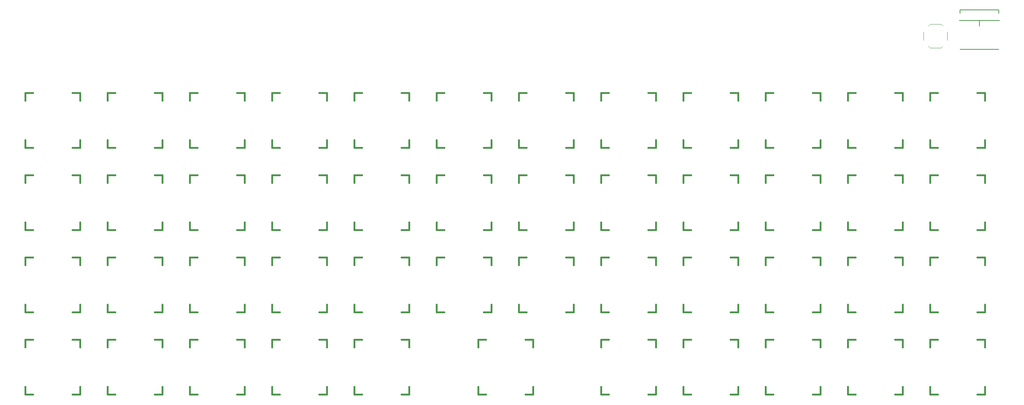
<source format=gbr>
G04 #@! TF.GenerationSoftware,KiCad,Pcbnew,(5.1.0)-1*
G04 #@! TF.CreationDate,2020-10-02T20:32:57-04:00*
G04 #@! TF.ProjectId,keyboard,6b657962-6f61-4726-942e-6b696361645f,rev?*
G04 #@! TF.SameCoordinates,Original*
G04 #@! TF.FileFunction,Legend,Top*
G04 #@! TF.FilePolarity,Positive*
%FSLAX46Y46*%
G04 Gerber Fmt 4.6, Leading zero omitted, Abs format (unit mm)*
G04 Created by KiCad (PCBNEW (5.1.0)-1) date 2020-10-02 20:32:57*
%MOMM*%
%LPD*%
G04 APERTURE LIST*
%ADD10C,0.150000*%
%ADD11C,0.381000*%
%ADD12C,0.120000*%
G04 APERTURE END LIST*
D10*
X244348000Y-34544000D02*
X244348000Y-35814000D01*
X248823000Y-32034000D02*
X248828000Y-32794000D01*
X248823000Y-32034000D02*
X239873000Y-32034000D01*
X239868000Y-32794000D02*
X239873000Y-32034000D01*
X248823000Y-41204000D02*
X239873000Y-41204000D01*
X248973000Y-34544000D02*
X239723000Y-34544000D01*
D11*
X23368000Y-53086000D02*
X23368000Y-51308000D01*
X23368000Y-64008000D02*
X23368000Y-62230000D01*
X25146000Y-64008000D02*
X23368000Y-64008000D01*
X36068000Y-64008000D02*
X34290000Y-64008000D01*
X36068000Y-62230000D02*
X36068000Y-64008000D01*
X36068000Y-51308000D02*
X36068000Y-53086000D01*
X34290000Y-51308000D02*
X36068000Y-51308000D01*
X23368000Y-51308000D02*
X25146000Y-51308000D01*
X42418000Y-51308000D02*
X44196000Y-51308000D01*
X53340000Y-51308000D02*
X55118000Y-51308000D01*
X55118000Y-51308000D02*
X55118000Y-53086000D01*
X55118000Y-62230000D02*
X55118000Y-64008000D01*
X55118000Y-64008000D02*
X53340000Y-64008000D01*
X44196000Y-64008000D02*
X42418000Y-64008000D01*
X42418000Y-64008000D02*
X42418000Y-62230000D01*
X42418000Y-53086000D02*
X42418000Y-51308000D01*
X61468000Y-53086000D02*
X61468000Y-51308000D01*
X61468000Y-64008000D02*
X61468000Y-62230000D01*
X63246000Y-64008000D02*
X61468000Y-64008000D01*
X74168000Y-64008000D02*
X72390000Y-64008000D01*
X74168000Y-62230000D02*
X74168000Y-64008000D01*
X74168000Y-51308000D02*
X74168000Y-53086000D01*
X72390000Y-51308000D02*
X74168000Y-51308000D01*
X61468000Y-51308000D02*
X63246000Y-51308000D01*
X80518000Y-51308000D02*
X82296000Y-51308000D01*
X91440000Y-51308000D02*
X93218000Y-51308000D01*
X93218000Y-51308000D02*
X93218000Y-53086000D01*
X93218000Y-62230000D02*
X93218000Y-64008000D01*
X93218000Y-64008000D02*
X91440000Y-64008000D01*
X82296000Y-64008000D02*
X80518000Y-64008000D01*
X80518000Y-64008000D02*
X80518000Y-62230000D01*
X80518000Y-53086000D02*
X80518000Y-51308000D01*
X99568000Y-53086000D02*
X99568000Y-51308000D01*
X99568000Y-64008000D02*
X99568000Y-62230000D01*
X101346000Y-64008000D02*
X99568000Y-64008000D01*
X112268000Y-64008000D02*
X110490000Y-64008000D01*
X112268000Y-62230000D02*
X112268000Y-64008000D01*
X112268000Y-51308000D02*
X112268000Y-53086000D01*
X110490000Y-51308000D02*
X112268000Y-51308000D01*
X99568000Y-51308000D02*
X101346000Y-51308000D01*
X118618000Y-51308000D02*
X120396000Y-51308000D01*
X129540000Y-51308000D02*
X131318000Y-51308000D01*
X131318000Y-51308000D02*
X131318000Y-53086000D01*
X131318000Y-62230000D02*
X131318000Y-64008000D01*
X131318000Y-64008000D02*
X129540000Y-64008000D01*
X120396000Y-64008000D02*
X118618000Y-64008000D01*
X118618000Y-64008000D02*
X118618000Y-62230000D01*
X118618000Y-53086000D02*
X118618000Y-51308000D01*
X137668000Y-53086000D02*
X137668000Y-51308000D01*
X137668000Y-64008000D02*
X137668000Y-62230000D01*
X139446000Y-64008000D02*
X137668000Y-64008000D01*
X150368000Y-64008000D02*
X148590000Y-64008000D01*
X150368000Y-62230000D02*
X150368000Y-64008000D01*
X150368000Y-51308000D02*
X150368000Y-53086000D01*
X148590000Y-51308000D02*
X150368000Y-51308000D01*
X137668000Y-51308000D02*
X139446000Y-51308000D01*
X156718000Y-51308000D02*
X158496000Y-51308000D01*
X167640000Y-51308000D02*
X169418000Y-51308000D01*
X169418000Y-51308000D02*
X169418000Y-53086000D01*
X169418000Y-62230000D02*
X169418000Y-64008000D01*
X169418000Y-64008000D02*
X167640000Y-64008000D01*
X158496000Y-64008000D02*
X156718000Y-64008000D01*
X156718000Y-64008000D02*
X156718000Y-62230000D01*
X156718000Y-53086000D02*
X156718000Y-51308000D01*
X175768000Y-53086000D02*
X175768000Y-51308000D01*
X175768000Y-64008000D02*
X175768000Y-62230000D01*
X177546000Y-64008000D02*
X175768000Y-64008000D01*
X188468000Y-64008000D02*
X186690000Y-64008000D01*
X188468000Y-62230000D02*
X188468000Y-64008000D01*
X188468000Y-51308000D02*
X188468000Y-53086000D01*
X186690000Y-51308000D02*
X188468000Y-51308000D01*
X175768000Y-51308000D02*
X177546000Y-51308000D01*
X194818000Y-51308000D02*
X196596000Y-51308000D01*
X205740000Y-51308000D02*
X207518000Y-51308000D01*
X207518000Y-51308000D02*
X207518000Y-53086000D01*
X207518000Y-62230000D02*
X207518000Y-64008000D01*
X207518000Y-64008000D02*
X205740000Y-64008000D01*
X196596000Y-64008000D02*
X194818000Y-64008000D01*
X194818000Y-64008000D02*
X194818000Y-62230000D01*
X194818000Y-53086000D02*
X194818000Y-51308000D01*
X213868000Y-53086000D02*
X213868000Y-51308000D01*
X213868000Y-64008000D02*
X213868000Y-62230000D01*
X215646000Y-64008000D02*
X213868000Y-64008000D01*
X226568000Y-64008000D02*
X224790000Y-64008000D01*
X226568000Y-62230000D02*
X226568000Y-64008000D01*
X226568000Y-51308000D02*
X226568000Y-53086000D01*
X224790000Y-51308000D02*
X226568000Y-51308000D01*
X213868000Y-51308000D02*
X215646000Y-51308000D01*
X232918000Y-51308000D02*
X234696000Y-51308000D01*
X243840000Y-51308000D02*
X245618000Y-51308000D01*
X245618000Y-51308000D02*
X245618000Y-53086000D01*
X245618000Y-62230000D02*
X245618000Y-64008000D01*
X245618000Y-64008000D02*
X243840000Y-64008000D01*
X234696000Y-64008000D02*
X232918000Y-64008000D01*
X232918000Y-64008000D02*
X232918000Y-62230000D01*
X232918000Y-53086000D02*
X232918000Y-51308000D01*
X23368000Y-70358000D02*
X25146000Y-70358000D01*
X34290000Y-70358000D02*
X36068000Y-70358000D01*
X36068000Y-70358000D02*
X36068000Y-72136000D01*
X36068000Y-81280000D02*
X36068000Y-83058000D01*
X36068000Y-83058000D02*
X34290000Y-83058000D01*
X25146000Y-83058000D02*
X23368000Y-83058000D01*
X23368000Y-83058000D02*
X23368000Y-81280000D01*
X23368000Y-72136000D02*
X23368000Y-70358000D01*
X42418000Y-72136000D02*
X42418000Y-70358000D01*
X42418000Y-83058000D02*
X42418000Y-81280000D01*
X44196000Y-83058000D02*
X42418000Y-83058000D01*
X55118000Y-83058000D02*
X53340000Y-83058000D01*
X55118000Y-81280000D02*
X55118000Y-83058000D01*
X55118000Y-70358000D02*
X55118000Y-72136000D01*
X53340000Y-70358000D02*
X55118000Y-70358000D01*
X42418000Y-70358000D02*
X44196000Y-70358000D01*
X61468000Y-70358000D02*
X63246000Y-70358000D01*
X72390000Y-70358000D02*
X74168000Y-70358000D01*
X74168000Y-70358000D02*
X74168000Y-72136000D01*
X74168000Y-81280000D02*
X74168000Y-83058000D01*
X74168000Y-83058000D02*
X72390000Y-83058000D01*
X63246000Y-83058000D02*
X61468000Y-83058000D01*
X61468000Y-83058000D02*
X61468000Y-81280000D01*
X61468000Y-72136000D02*
X61468000Y-70358000D01*
X80518000Y-72136000D02*
X80518000Y-70358000D01*
X80518000Y-83058000D02*
X80518000Y-81280000D01*
X82296000Y-83058000D02*
X80518000Y-83058000D01*
X93218000Y-83058000D02*
X91440000Y-83058000D01*
X93218000Y-81280000D02*
X93218000Y-83058000D01*
X93218000Y-70358000D02*
X93218000Y-72136000D01*
X91440000Y-70358000D02*
X93218000Y-70358000D01*
X80518000Y-70358000D02*
X82296000Y-70358000D01*
X99568000Y-70358000D02*
X101346000Y-70358000D01*
X110490000Y-70358000D02*
X112268000Y-70358000D01*
X112268000Y-70358000D02*
X112268000Y-72136000D01*
X112268000Y-81280000D02*
X112268000Y-83058000D01*
X112268000Y-83058000D02*
X110490000Y-83058000D01*
X101346000Y-83058000D02*
X99568000Y-83058000D01*
X99568000Y-83058000D02*
X99568000Y-81280000D01*
X99568000Y-72136000D02*
X99568000Y-70358000D01*
X118618000Y-72136000D02*
X118618000Y-70358000D01*
X118618000Y-83058000D02*
X118618000Y-81280000D01*
X120396000Y-83058000D02*
X118618000Y-83058000D01*
X131318000Y-83058000D02*
X129540000Y-83058000D01*
X131318000Y-81280000D02*
X131318000Y-83058000D01*
X131318000Y-70358000D02*
X131318000Y-72136000D01*
X129540000Y-70358000D02*
X131318000Y-70358000D01*
X118618000Y-70358000D02*
X120396000Y-70358000D01*
X137668000Y-70358000D02*
X139446000Y-70358000D01*
X148590000Y-70358000D02*
X150368000Y-70358000D01*
X150368000Y-70358000D02*
X150368000Y-72136000D01*
X150368000Y-81280000D02*
X150368000Y-83058000D01*
X150368000Y-83058000D02*
X148590000Y-83058000D01*
X139446000Y-83058000D02*
X137668000Y-83058000D01*
X137668000Y-83058000D02*
X137668000Y-81280000D01*
X137668000Y-72136000D02*
X137668000Y-70358000D01*
X156718000Y-72136000D02*
X156718000Y-70358000D01*
X156718000Y-83058000D02*
X156718000Y-81280000D01*
X158496000Y-83058000D02*
X156718000Y-83058000D01*
X169418000Y-83058000D02*
X167640000Y-83058000D01*
X169418000Y-81280000D02*
X169418000Y-83058000D01*
X169418000Y-70358000D02*
X169418000Y-72136000D01*
X167640000Y-70358000D02*
X169418000Y-70358000D01*
X156718000Y-70358000D02*
X158496000Y-70358000D01*
X175768000Y-70358000D02*
X177546000Y-70358000D01*
X186690000Y-70358000D02*
X188468000Y-70358000D01*
X188468000Y-70358000D02*
X188468000Y-72136000D01*
X188468000Y-81280000D02*
X188468000Y-83058000D01*
X188468000Y-83058000D02*
X186690000Y-83058000D01*
X177546000Y-83058000D02*
X175768000Y-83058000D01*
X175768000Y-83058000D02*
X175768000Y-81280000D01*
X175768000Y-72136000D02*
X175768000Y-70358000D01*
X194818000Y-72136000D02*
X194818000Y-70358000D01*
X194818000Y-83058000D02*
X194818000Y-81280000D01*
X196596000Y-83058000D02*
X194818000Y-83058000D01*
X207518000Y-83058000D02*
X205740000Y-83058000D01*
X207518000Y-81280000D02*
X207518000Y-83058000D01*
X207518000Y-70358000D02*
X207518000Y-72136000D01*
X205740000Y-70358000D02*
X207518000Y-70358000D01*
X194818000Y-70358000D02*
X196596000Y-70358000D01*
X213868000Y-70358000D02*
X215646000Y-70358000D01*
X224790000Y-70358000D02*
X226568000Y-70358000D01*
X226568000Y-70358000D02*
X226568000Y-72136000D01*
X226568000Y-81280000D02*
X226568000Y-83058000D01*
X226568000Y-83058000D02*
X224790000Y-83058000D01*
X215646000Y-83058000D02*
X213868000Y-83058000D01*
X213868000Y-83058000D02*
X213868000Y-81280000D01*
X213868000Y-72136000D02*
X213868000Y-70358000D01*
X232918000Y-72136000D02*
X232918000Y-70358000D01*
X232918000Y-83058000D02*
X232918000Y-81280000D01*
X234696000Y-83058000D02*
X232918000Y-83058000D01*
X245618000Y-83058000D02*
X243840000Y-83058000D01*
X245618000Y-81280000D02*
X245618000Y-83058000D01*
X245618000Y-70358000D02*
X245618000Y-72136000D01*
X243840000Y-70358000D02*
X245618000Y-70358000D01*
X232918000Y-70358000D02*
X234696000Y-70358000D01*
X23368000Y-91186000D02*
X23368000Y-89408000D01*
X23368000Y-102108000D02*
X23368000Y-100330000D01*
X25146000Y-102108000D02*
X23368000Y-102108000D01*
X36068000Y-102108000D02*
X34290000Y-102108000D01*
X36068000Y-100330000D02*
X36068000Y-102108000D01*
X36068000Y-89408000D02*
X36068000Y-91186000D01*
X34290000Y-89408000D02*
X36068000Y-89408000D01*
X23368000Y-89408000D02*
X25146000Y-89408000D01*
X42418000Y-91186000D02*
X42418000Y-89408000D01*
X42418000Y-102108000D02*
X42418000Y-100330000D01*
X44196000Y-102108000D02*
X42418000Y-102108000D01*
X55118000Y-102108000D02*
X53340000Y-102108000D01*
X55118000Y-100330000D02*
X55118000Y-102108000D01*
X55118000Y-89408000D02*
X55118000Y-91186000D01*
X53340000Y-89408000D02*
X55118000Y-89408000D01*
X42418000Y-89408000D02*
X44196000Y-89408000D01*
X61468000Y-91186000D02*
X61468000Y-89408000D01*
X61468000Y-102108000D02*
X61468000Y-100330000D01*
X63246000Y-102108000D02*
X61468000Y-102108000D01*
X74168000Y-102108000D02*
X72390000Y-102108000D01*
X74168000Y-100330000D02*
X74168000Y-102108000D01*
X74168000Y-89408000D02*
X74168000Y-91186000D01*
X72390000Y-89408000D02*
X74168000Y-89408000D01*
X61468000Y-89408000D02*
X63246000Y-89408000D01*
X80518000Y-89408000D02*
X82296000Y-89408000D01*
X91440000Y-89408000D02*
X93218000Y-89408000D01*
X93218000Y-89408000D02*
X93218000Y-91186000D01*
X93218000Y-100330000D02*
X93218000Y-102108000D01*
X93218000Y-102108000D02*
X91440000Y-102108000D01*
X82296000Y-102108000D02*
X80518000Y-102108000D01*
X80518000Y-102108000D02*
X80518000Y-100330000D01*
X80518000Y-91186000D02*
X80518000Y-89408000D01*
X99568000Y-89408000D02*
X101346000Y-89408000D01*
X110490000Y-89408000D02*
X112268000Y-89408000D01*
X112268000Y-89408000D02*
X112268000Y-91186000D01*
X112268000Y-100330000D02*
X112268000Y-102108000D01*
X112268000Y-102108000D02*
X110490000Y-102108000D01*
X101346000Y-102108000D02*
X99568000Y-102108000D01*
X99568000Y-102108000D02*
X99568000Y-100330000D01*
X99568000Y-91186000D02*
X99568000Y-89408000D01*
X118618000Y-91186000D02*
X118618000Y-89408000D01*
X118618000Y-102108000D02*
X118618000Y-100330000D01*
X120396000Y-102108000D02*
X118618000Y-102108000D01*
X131318000Y-102108000D02*
X129540000Y-102108000D01*
X131318000Y-100330000D02*
X131318000Y-102108000D01*
X131318000Y-89408000D02*
X131318000Y-91186000D01*
X129540000Y-89408000D02*
X131318000Y-89408000D01*
X118618000Y-89408000D02*
X120396000Y-89408000D01*
X137668000Y-91186000D02*
X137668000Y-89408000D01*
X137668000Y-102108000D02*
X137668000Y-100330000D01*
X139446000Y-102108000D02*
X137668000Y-102108000D01*
X150368000Y-102108000D02*
X148590000Y-102108000D01*
X150368000Y-100330000D02*
X150368000Y-102108000D01*
X150368000Y-89408000D02*
X150368000Y-91186000D01*
X148590000Y-89408000D02*
X150368000Y-89408000D01*
X137668000Y-89408000D02*
X139446000Y-89408000D01*
X156718000Y-91186000D02*
X156718000Y-89408000D01*
X156718000Y-102108000D02*
X156718000Y-100330000D01*
X158496000Y-102108000D02*
X156718000Y-102108000D01*
X169418000Y-102108000D02*
X167640000Y-102108000D01*
X169418000Y-100330000D02*
X169418000Y-102108000D01*
X169418000Y-89408000D02*
X169418000Y-91186000D01*
X167640000Y-89408000D02*
X169418000Y-89408000D01*
X156718000Y-89408000D02*
X158496000Y-89408000D01*
X175768000Y-89408000D02*
X177546000Y-89408000D01*
X186690000Y-89408000D02*
X188468000Y-89408000D01*
X188468000Y-89408000D02*
X188468000Y-91186000D01*
X188468000Y-100330000D02*
X188468000Y-102108000D01*
X188468000Y-102108000D02*
X186690000Y-102108000D01*
X177546000Y-102108000D02*
X175768000Y-102108000D01*
X175768000Y-102108000D02*
X175768000Y-100330000D01*
X175768000Y-91186000D02*
X175768000Y-89408000D01*
X194818000Y-89408000D02*
X196596000Y-89408000D01*
X205740000Y-89408000D02*
X207518000Y-89408000D01*
X207518000Y-89408000D02*
X207518000Y-91186000D01*
X207518000Y-100330000D02*
X207518000Y-102108000D01*
X207518000Y-102108000D02*
X205740000Y-102108000D01*
X196596000Y-102108000D02*
X194818000Y-102108000D01*
X194818000Y-102108000D02*
X194818000Y-100330000D01*
X194818000Y-91186000D02*
X194818000Y-89408000D01*
X213868000Y-91186000D02*
X213868000Y-89408000D01*
X213868000Y-102108000D02*
X213868000Y-100330000D01*
X215646000Y-102108000D02*
X213868000Y-102108000D01*
X226568000Y-102108000D02*
X224790000Y-102108000D01*
X226568000Y-100330000D02*
X226568000Y-102108000D01*
X226568000Y-89408000D02*
X226568000Y-91186000D01*
X224790000Y-89408000D02*
X226568000Y-89408000D01*
X213868000Y-89408000D02*
X215646000Y-89408000D01*
X232918000Y-91186000D02*
X232918000Y-89408000D01*
X232918000Y-102108000D02*
X232918000Y-100330000D01*
X234696000Y-102108000D02*
X232918000Y-102108000D01*
X245618000Y-102108000D02*
X243840000Y-102108000D01*
X245618000Y-100330000D02*
X245618000Y-102108000D01*
X245618000Y-89408000D02*
X245618000Y-91186000D01*
X243840000Y-89408000D02*
X245618000Y-89408000D01*
X232918000Y-89408000D02*
X234696000Y-89408000D01*
X23368000Y-108458000D02*
X25146000Y-108458000D01*
X34290000Y-108458000D02*
X36068000Y-108458000D01*
X36068000Y-108458000D02*
X36068000Y-110236000D01*
X36068000Y-119380000D02*
X36068000Y-121158000D01*
X36068000Y-121158000D02*
X34290000Y-121158000D01*
X25146000Y-121158000D02*
X23368000Y-121158000D01*
X23368000Y-121158000D02*
X23368000Y-119380000D01*
X23368000Y-110236000D02*
X23368000Y-108458000D01*
X42418000Y-108458000D02*
X44196000Y-108458000D01*
X53340000Y-108458000D02*
X55118000Y-108458000D01*
X55118000Y-108458000D02*
X55118000Y-110236000D01*
X55118000Y-119380000D02*
X55118000Y-121158000D01*
X55118000Y-121158000D02*
X53340000Y-121158000D01*
X44196000Y-121158000D02*
X42418000Y-121158000D01*
X42418000Y-121158000D02*
X42418000Y-119380000D01*
X42418000Y-110236000D02*
X42418000Y-108458000D01*
X61468000Y-108458000D02*
X63246000Y-108458000D01*
X72390000Y-108458000D02*
X74168000Y-108458000D01*
X74168000Y-108458000D02*
X74168000Y-110236000D01*
X74168000Y-119380000D02*
X74168000Y-121158000D01*
X74168000Y-121158000D02*
X72390000Y-121158000D01*
X63246000Y-121158000D02*
X61468000Y-121158000D01*
X61468000Y-121158000D02*
X61468000Y-119380000D01*
X61468000Y-110236000D02*
X61468000Y-108458000D01*
X80518000Y-108458000D02*
X82296000Y-108458000D01*
X91440000Y-108458000D02*
X93218000Y-108458000D01*
X93218000Y-108458000D02*
X93218000Y-110236000D01*
X93218000Y-119380000D02*
X93218000Y-121158000D01*
X93218000Y-121158000D02*
X91440000Y-121158000D01*
X82296000Y-121158000D02*
X80518000Y-121158000D01*
X80518000Y-121158000D02*
X80518000Y-119380000D01*
X80518000Y-110236000D02*
X80518000Y-108458000D01*
X99568000Y-110236000D02*
X99568000Y-108458000D01*
X99568000Y-121158000D02*
X99568000Y-119380000D01*
X101346000Y-121158000D02*
X99568000Y-121158000D01*
X112268000Y-121158000D02*
X110490000Y-121158000D01*
X112268000Y-119380000D02*
X112268000Y-121158000D01*
X112268000Y-108458000D02*
X112268000Y-110236000D01*
X110490000Y-108458000D02*
X112268000Y-108458000D01*
X99568000Y-108458000D02*
X101346000Y-108458000D01*
X128270000Y-110236000D02*
X128270000Y-108458000D01*
X128270000Y-121158000D02*
X128270000Y-119380000D01*
X130048000Y-121158000D02*
X128270000Y-121158000D01*
X140970000Y-121158000D02*
X139192000Y-121158000D01*
X140970000Y-119380000D02*
X140970000Y-121158000D01*
X140970000Y-108458000D02*
X140970000Y-110236000D01*
X139192000Y-108458000D02*
X140970000Y-108458000D01*
X128270000Y-108458000D02*
X130048000Y-108458000D01*
X156718000Y-110236000D02*
X156718000Y-108458000D01*
X156718000Y-121158000D02*
X156718000Y-119380000D01*
X158496000Y-121158000D02*
X156718000Y-121158000D01*
X169418000Y-121158000D02*
X167640000Y-121158000D01*
X169418000Y-119380000D02*
X169418000Y-121158000D01*
X169418000Y-108458000D02*
X169418000Y-110236000D01*
X167640000Y-108458000D02*
X169418000Y-108458000D01*
X156718000Y-108458000D02*
X158496000Y-108458000D01*
X175768000Y-108458000D02*
X177546000Y-108458000D01*
X186690000Y-108458000D02*
X188468000Y-108458000D01*
X188468000Y-108458000D02*
X188468000Y-110236000D01*
X188468000Y-119380000D02*
X188468000Y-121158000D01*
X188468000Y-121158000D02*
X186690000Y-121158000D01*
X177546000Y-121158000D02*
X175768000Y-121158000D01*
X175768000Y-121158000D02*
X175768000Y-119380000D01*
X175768000Y-110236000D02*
X175768000Y-108458000D01*
X194818000Y-108458000D02*
X196596000Y-108458000D01*
X205740000Y-108458000D02*
X207518000Y-108458000D01*
X207518000Y-108458000D02*
X207518000Y-110236000D01*
X207518000Y-119380000D02*
X207518000Y-121158000D01*
X207518000Y-121158000D02*
X205740000Y-121158000D01*
X196596000Y-121158000D02*
X194818000Y-121158000D01*
X194818000Y-121158000D02*
X194818000Y-119380000D01*
X194818000Y-110236000D02*
X194818000Y-108458000D01*
X213868000Y-108458000D02*
X215646000Y-108458000D01*
X224790000Y-108458000D02*
X226568000Y-108458000D01*
X226568000Y-108458000D02*
X226568000Y-110236000D01*
X226568000Y-119380000D02*
X226568000Y-121158000D01*
X226568000Y-121158000D02*
X224790000Y-121158000D01*
X215646000Y-121158000D02*
X213868000Y-121158000D01*
X213868000Y-121158000D02*
X213868000Y-119380000D01*
X213868000Y-110236000D02*
X213868000Y-108458000D01*
X232918000Y-110236000D02*
X232918000Y-108458000D01*
X232918000Y-121158000D02*
X232918000Y-119380000D01*
X234696000Y-121158000D02*
X232918000Y-121158000D01*
X245618000Y-121158000D02*
X243840000Y-121158000D01*
X245618000Y-119380000D02*
X245618000Y-121158000D01*
X245618000Y-108458000D02*
X245618000Y-110236000D01*
X243840000Y-108458000D02*
X245618000Y-108458000D01*
X232918000Y-108458000D02*
X234696000Y-108458000D01*
D12*
X232488000Y-40400000D02*
X232938000Y-40850000D01*
X235888000Y-40400000D02*
X235438000Y-40850000D01*
X235888000Y-35800000D02*
X235438000Y-35350000D01*
X232488000Y-35800000D02*
X232938000Y-35350000D01*
X236938000Y-37100000D02*
X236938000Y-39100000D01*
X232938000Y-40850000D02*
X235438000Y-40850000D01*
X231438000Y-37100000D02*
X231438000Y-39100000D01*
X232938000Y-35350000D02*
X235438000Y-35350000D01*
M02*

</source>
